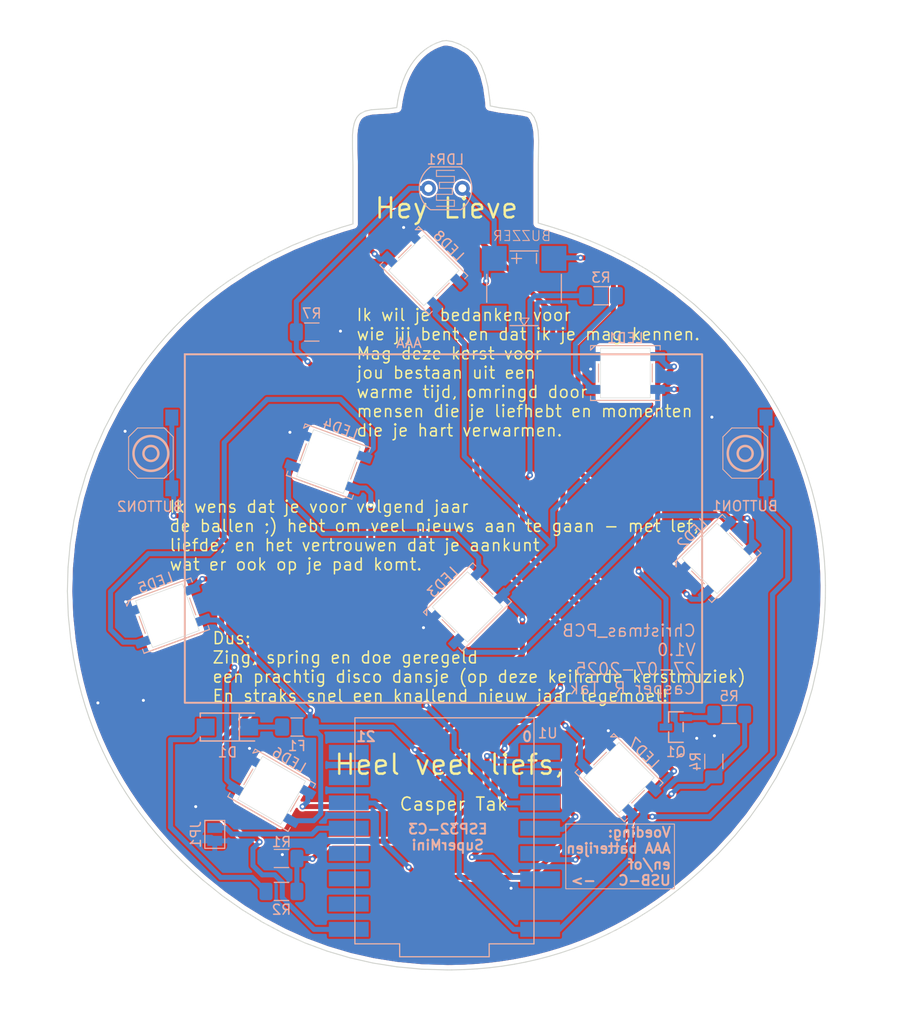
<source format=kicad_pcb>
(kicad_pcb (version 20241229) (generator "pcbnew") (generator_version "9.0")
  (title_block (title "Christmas_PCB") (date "2025-08-09") (rev "V1.1") (comment 1 "Casper R. Tak"))
  (layers (0 "F.Cu" signal) (2 "B.Cu" signal) (13 "F.Paste" user) (15 "B.Paste" user) (5 "F.SilkS" user "F.Silkscreen") (7 "B.SilkS" user "B.Silkscreen") (1 "F.Mask" user) (3 "B.Mask" user) (25 "Edge.Cuts" user))
  (net 0 "")
  (net 1 "GND")
  (net 2 "+3V3")
  (net 3 "Net-(D1-A)")
  (net 4 "BUZZ")
  (net 5 "Net-(D1-C)")
  (net 6 "BATT_V")
  (net 7 "Net-(U1-GPIO2)")
  (net 8 "Net-(Q1-G)")
  (net 10 "RGB")
  (net 13 "+5V")
  (net 14 "Net-(LED6-DOUT)")
  (net 15 "Net-(LED1-DIN)")
  (net 16 "Net-(Q1-D)")
  (net 17 "Net-(LED7-DOUT)")
  (net 18 "Net-(LED1-DOUT)")
  (net 19 "Net-(LED3-DOUT)")
  (net 20 "Net-(LED4-DOUT)")
  (net 21 "Net-(LED5-DOUT)")
  (net 22 "Net-(LED2-DOUT)")
  (net 24 "Net-(JP1-B)")
  (net 28 "Net-(U1-GPIO4)")
  (net 29 "Net-(U1-GPIO5)")
  (footprint "CustomLed:LED_WS2812B_PLCC4_5.0x5.0mm_P3.2mm" (layer "B.Cu") (at 132.145777 98.438771 160)
    (property "Reference" "LED4")
    (property "Value" "WS2812B")
    (fp_poly (pts (xy -2.5 2.5) (xy 2.5 2.5) (xy 2.5 -2.5) (xy -2.5 -2.5)) (stroke (width 0.05)) (fill no) (layer "Edge.Cuts"))
  )
  (footprint "Resistor_SMD:R_1206_3216Metric_Pad1.30x1.75mm_HandSolder" (layer "B.Cu") (at 172.430777 123.838771 180)
    (property "Reference" "R5")
    (property "Value" "100")
  )
  (footprint "Jumper:SolderJumper-2_P1.3mm_Open_Pad1.0x1.5mm" (layer "B.Cu") (at 120.715777 135.888771 90)
    (property "Reference" "JP1")
    (property "Value" "SolderJumper_2_Open")
  )
  (footprint "Resistor_SMD:R_1206_3216Metric_Pad1.30x1.75mm_HandSolder" (layer "B.Cu") (at 170.880777 128.563771 -90)
    (property "Reference" "R4")
    (property "Value" "10k")
  )
  (footprint "easyeda2kicad:KEY-SMD_4P-L6.2-W6.2-P4.50-LS9.0" (layer "B.Cu") (at 114.205777 97.618771 -90)
    (property "Reference" "BUTTON2")
    (property "Value" "DTSM-61R-V-T/R" (hide yes))
  )
  (footprint "easyeda2kicad:SMA_L4.4-W2.6-LS5.0-RD" (layer "B.Cu") (at 121.985777 125.108771 180)
    (property "Reference" "D1")
    (property "Value" "1N5819_C437199")
  )
  (footprint "OptoDevice:R_LDR_5.1x4.3mm_P3.4mm_Vertical" (layer "B.Cu") (at 145.6 71 180)
    (property "Reference" "LDR1")
    (property "Value" "LDR07")
  )
  (footprint "CustomLed:LED_WS2812B_PLCC4_5.0x5.0mm_P3.2mm" (layer "B.Cu") (at 161.355777 130.188771 135)
    (property "Reference" "LED7")
    (property "Value" "WS2812B")
    (fp_poly (pts (xy -2.5 2.5) (xy 2.5 2.5) (xy 2.5 -2.5) (xy -2.5 -2.5)) (stroke (width 0.05)) (fill no) (layer "Edge.Cuts"))
  )
  (footprint "easyeda2kicad:SOT-23-3_L2.9-W1.3-P1.90-LS2.4-BR" (layer "B.Cu") (at 167.070777 125.108771)
    (property "Reference" "Q1")
    (property "Value" "2N7002_C306856")
  )
  (footprint "easyeda2kicad:KEY-SMD_4P-L6.2-W6.2-P4.50-LS9.0" (layer "B.Cu") (at 173.955777 97.668771 -90)
    (property "Reference" "BUTTON1")
    (property "Value" "DTSM-61R-V-T/R")
  )
  (footprint "Resistor_SMD:R_1206_3216Metric_Pad1.30x1.75mm_HandSolder" (layer "B.Cu") (at 127.420777 138.308771 180)
    (property "Reference" "R1")
    (property "Value" "10k")
  )
  (footprint "CustomLed:LED_WS2812B_PLCC4_5.0x5.0mm_P3.2mm" (layer "B.Cu") (at 171.205777 108.168771 -135)
    (property "Reference" "LED2")
    (property "Value" "WS2812B")
    (fp_poly (pts (xy -2.5 2.5) (xy 2.5 2.5) (xy 2.5 -2.5) (xy -2.5 -2.5)) (stroke (width 0.05)) (fill no) (layer "Edge.Cuts"))
  )
  (footprint "CustomLed:LED_WS2812B_PLCC4_5.0x5.0mm_P3.2mm" (layer "B.Cu") (at 141.732 79.248 135)
    (property "Reference" "LED8")
    (property "Value" "WS2812B")
    (fp_poly (pts (xy -2.5 2.5) (xy 2.5 2.5) (xy 2.5 -2.5) (xy -2.5 -2.5)) (stroke (width 0.05)) (fill no) (layer "Edge.Cuts"))
  )
  (footprint "Resistor_SMD:R_1206_3216Metric_Pad1.30x1.75mm_HandSolder" (layer "B.Cu") (at 127.420777 141.618771)
    (property "Reference" "R2")
    (property "Value" "10k")
  )
  (footprint "Resistor_SMD:R_1206_3216Metric_Pad1.30x1.75mm_HandSolder" (layer "B.Cu") (at 159.538 81.788 180)
    (property "Reference" "R3")
    (property "Value" "200")
  )
  (footprint "CustomLed:LED_WS2812B_PLCC4_5.0x5.0mm_P3.2mm" (layer "B.Cu") (at 126.430777 131.458771 150)
    (property "Reference" "LED6")
    (property "Value" "WS2812B")
    (fp_poly (pts (xy -2.5 2.500001) (xy 2.500001 2.5) (xy 2.5 -2.500001) (xy -2.500001 -2.5)) (stroke (width 0.05)) (fill no) (layer "Edge.Cuts"))
  )
  (footprint "CustomPartsCRT:KSSGK4B16-20" (layer "B.Cu") (at 151.555377 81.039771 -90)
    (property "Reference" "LS1" (hide yes))
    (property "Value" "KSSGK4B16-20")
  )
  (footprint "custom:MODULE_ESP32-C3_SUPERMINI" (layer "B.Cu") (at 143.801915 135.531649)
    (property "Reference" "U1")
    (property "Value" "ESP32-C3_SUPERMINI_TH")
  )
  (footprint "Resistor_SMD:R_1206_3216Metric_Pad1.30x1.75mm_HandSolder" (layer "B.Cu") (at 130.469377 85.433971)
    (property "Reference" "R7")
    (property "Value" "5k")
  )
  (footprint "CustomLed:LED_WS2812B_PLCC4_5.0x5.0mm_P3.2mm" (layer "B.Cu") (at 115.955777 113.918771 -160)
    (property "Reference" "LED5")
    (property "Value" "WS2812B")
    (fp_poly (pts (xy -2.5 2.5) (xy 2.5 2.5) (xy 2.5 -2.5) (xy -2.5 -2.5)) (stroke (width 0.05)) (fill no) (layer "Edge.Cuts"))
  )
  (footprint "CustomLed:LED_WS2812B_PLCC4_5.0x5.0mm_P3.2mm" (layer "B.Cu") (at 146.115777 113.043771 -135)
    (property "Reference" "LED3")
    (property "Value" "WS2812B")
    (fp_poly (pts (xy -2.5 2.5) (xy 2.5 2.5) (xy 2.5 -2.5) (xy -2.5 -2.5)) (stroke (width 0.05)) (fill no) (layer "Edge.Cuts"))
  )
  (footprint "Fuse:Fuse_1206_3216Metric_Pad1.42x1.75mm_HandSolder" (layer "B.Cu") (at 128.970777 125.108771 180)
    (property "Reference" "F1")
    (property "Value" "Resetable fuse 0.75A")
  )
  (footprint "CustomLed:LED_WS2812B_PLCC4_5.0x5.0mm_P3.2mm" (layer "B.Cu") (at 161.990777 89.548771 180)
    (property "Reference" "LED1")
    (property "Value" "WS2812B")
    (fp_rect (start -2.5 2.5) (end 2.5 -2.5) (stroke (width 0.05)) (fill no) (layer "Edge.Cuts"))
  )
  (gr_rect (start 156 134.848) (end 166.922 141.352) (stroke (width 0.1)) (fill no) (layer "B.SilkS"))
  (gr_rect (start 117.705777 87.668771) (end 169.705777 122.668771) (stroke (width 0.2)) (fill no) (layer "B.SilkS"))
  (gr_line (start 147.092434 149.394109) (end 145.830426 149.467794) (stroke (width 0.1)) (layer "Edge.Cuts"))
  (gr_line (start 151.705777 63.218771) (end 152.470524 63.398504) (stroke (width 0.1)) (layer "Edge.Cuts"))
  (gr_line (start 165.109784 79.771002) (end 167.071682 81.159322) (stroke (width 0.1)) (layer "Edge.Cuts"))
  (gr_line (start 120.148121 81.751379) (end 121.091412 81.022756) (stroke (width 0.1)) (layer "Edge.Cuts"))
  (gr_line (start 107.772633 99.703481) (end 108.606846 97.437719) (stroke (width 0.1)) (layer "Edge.Cuts"))
  (gr_line (start 175.246327 89.779226) (end 175.989399 90.890692) (stroke (width 0.1)) (layer "Edge.Cuts"))
  (gr_line (start 113.219975 133.795614) (end 112.499875 132.797415) (stroke (width 0.1)) (layer "Edge.Cuts"))
  (gr_line (start 112.499875 132.797415) (end 111.809681 131.770017) (stroke (width 0.1)) (layer "Edge.Cuts"))
  (gr_line (start 141.417653 57.42777) (end 141.78069 57.119833) (stroke (width 0.1)) (layer "Edge.Cuts"))
  (gr_line (start 158.890767 146.514715) (end 157.78011 146.974928) (stroke (width 0.1)) (layer "Edge.Cuts"))
  (gr_line (start 121.474736 142.05113) (end 119.529988 140.490011) (stroke (width 0.1)) (layer "Edge.Cuts"))
  (gr_line (start 144.541668 149.502073) (end 144.088604 149.504537) (stroke (width 0.1)) (layer "Edge.Cuts"))
  (gr_line (start 180.771016 121.292753) (end 180.067479 123.657881) (stroke (width 0.1)) (layer "Edge.Cuts"))
  (gr_line (start 139.440953 60.786947) (end 139.651951 60.165304) (stroke (width 0.1)) (layer "Edge.Cuts"))
  (gr_line (start 177.14954 130.192327) (end 175.903965 132.209219) (stroke (width 0.1)) (layer "Edge.Cuts"))
  (gr_line (start 142.571141 56.609976) (end 142.997456 56.408849) (stroke (width 0.1)) (layer "Edge.Cuts"))
  (gr_line (start 181.037968 102.443533) (end 181.3111 103.626135) (stroke (width 0.1)) (layer "Edge.Cuts"))
  (gr_line (start 129.777768 146.789114) (end 127.620602 145.825559) (stroke (width 0.1)) (layer "Edge.Cuts"))
  (gr_line (start 141.066403 57.78179) (end 141.417653 57.42777) (stroke (width 0.1)) (layer "Edge.Cuts"))
  (gr_line (start 110.731839 93.014227) (end 112.018895 90.86994) (stroke (width 0.1)) (layer "Edge.Cuts"))
  (gr_line (start 134.561894 67.028066) (end 134.560208 65.661184) (stroke (width 0.1)) (layer "Edge.Cuts"))
  (gr_line (start 152.816906 63.853689) (end 153.064129 64.435476) (stroke (width 0.1)) (layer "Edge.Cuts"))
  (gr_line (start 116.560406 137.703031) (end 115.665562 136.752264) (stroke (width 0.1)) (layer "Edge.Cuts"))
  (gr_line (start 146.543927 57.302587) (end 147.050854 57.892721) (stroke (width 0.1)) (layer "Edge.Cuts"))
  (gr_line (start 133.52081 74.890661) (end 134.605984 74.574575) (stroke (width 0.1)) (layer "Edge.Cuts"))
  (gr_line (start 143.580624 56.201879) (end 144.000248 56.15801) (stroke (width 0.1)) (layer "Edge.Cuts"))
  (gr_line (start 179.522099 97.729727) (end 179.959645 98.887838) (stroke (width 0.1)) (layer "Edge.Cuts"))
  (gr_line (start 166.464962 142.085386) (end 165.395916 142.859983) (stroke (width 0.1)) (layer "Edge.Cuts"))
  (gr_line (start 164.34721 143.568853) (end 163.264195 144.250044) (stroke (width 0.1)) (layer "Edge.Cuts"))
  (gr_line (start 146.144337 56.983206) (end 146.543927 57.302587) (stroke (width 0.1)) (layer "Edge.Cuts"))
  (gr_line (start 112.018895 90.86994) (end 113.439312 88.798513) (stroke (width 0.1)) (layer "Edge.Cuts"))
  (gr_line (start 131.993451 147.607954) (end 129.777768 146.789114) (stroke (width 0.1)) (layer "Edge.Cuts"))
  (gr_line (start 142.997456 56.408849) (end 143.580624 56.201879) (stroke (width 0.1)) (layer "Edge.Cuts"))
  (gr_line (start 135.15942 63.665762) (end 135.34821 63.497427) (stroke (width 0.1)) (layer "Edge.Cuts"))
  (gr_line (start 180.363484 100.075048) (end 180.718495 101.246084) (stroke (width 0.1)) (layer "Edge.Cuts"))
  (gr_line (start 135.34821 63.497427) (end 135.367863 63.483251) (stroke (width 0.1)) (layer "Edge.Cuts"))
  (gr_line (start 134.734242 64.470068) (end 134.849675 64.149328) (stroke (width 0.1)) (layer "Edge.Cuts"))
  (gr_line (start 130.937352 75.756246) (end 133.52081 74.890661) (stroke (width 0.1)) (layer "Edge.Cuts"))
  (gr_line (start 179.229374 125.924116) (end 178.2571 128.099691) (stroke (width 0.1)) (layer "Edge.Cuts"))
  (gr_line (start 175.903965 132.209219) (end 174.516026 134.157026) (stroke (width 0.1)) (layer "Edge.Cuts"))
  (gr_line (start 152.470524 63.398504) (end 152.816906 63.853689) (stroke (width 0.1)) (layer "Edge.Cuts"))
  (gr_line (start 115.665562 136.752264) (end 114.799382 135.771085) (stroke (width 0.1)) (layer "Edge.Cuts"))
  (gr_line (start 142.169346 56.844518) (end 142.571141 56.609976) (stroke (width 0.1)) (layer "Edge.Cuts"))
  (gr_line (start 110.558896 129.68775) (end 109.994069 128.62927) (stroke (width 0.1)) (layer "Edge.Cuts"))
  (gr_line (start 135.00169 63.867361) (end 135.15942 63.665762) (stroke (width 0.1)) (layer "Edge.Cuts"))
  (gr_line (start 139.029057 149.193708) (end 136.614842 148.811514) (stroke (width 0.1)) (layer "Edge.Cuts"))
  (gr_line (start 181.547184 104.832891) (end 181.739033 106.02651) (stroke (width 0.1)) (layer "Edge.Cuts"))
  (gr_line (start 161.09731 145.465772) (end 160.009411 146.00588) (stroke (width 0.1)) (layer "Edge.Cuts"))
  (gr_line (start 161.936566 77.898809) (end 163.028157 78.495977) (stroke (width 0.1)) (layer "Edge.Cuts"))
  (gr_line (start 173.922337 87.972326) (end 174.483998 88.713934) (stroke (width 0.1)) (layer "Edge.Cuts"))
  (gr_line (start 154.60085 74.892874) (end 155.93298 75.327093) (stroke (width 0.1)) (layer "Edge.Cuts"))
  (gr_line (start 134.27113 148.282339) (end 131.993451 147.607954) (stroke (width 0.1)) (layer "Edge.Cuts"))
  (gr_line (start 150.792447 148.936628) (end 149.571827 149.128668) (stroke (width 0.1)) (layer "Edge.Cuts"))
  (gr_line (start 179.032994 96.554662) (end 179.522099 97.729727) (stroke (width 0.1)) (layer "Edge.Cuts"))
  (gr_line (start 181.739033 106.02651) (end 181.892506 107.242384) (stroke (width 0.1)) (layer "Edge.Cuts"))
  (gr_line (start 145.830426 149.467794) (end 144.541668 149.502073) (stroke (width 0.1)) (layer "Edge.Cuts"))
  (gr_line (start 134.616826 65.034216) (end 134.734242 64.470068) (stroke (width 0.1)) (layer "Edge.Cuts"))
  (gr_line (start 135.830555 63.247671) (end 136.435811 63.108907) (stroke (width 0.1)) (layer "Edge.Cuts"))
  (gr_line (start 182.003422 108.447103) (end 182.074772 109.672445) (stroke (width 0.1)) (layer "Edge.Cuts"))
  (gr_line (start 144.000248 56.15801) (end 144.592526 56.255193) (stroke (width 0.1)) (layer "Edge.Cuts"))
  (gr_line (start 127.620602 145.825559) (end 125.51904 144.716116) (stroke (width 0.1)) (layer "Edge.Cuts"))
  (gr_line (start 168.924855 82.665869) (end 170.678975 84.29743) (stroke (width 0.1)) (layer "Edge.Cuts"))
  (gr_line (start 177.937581 94.252203) (end 178.512471 95.411901) (stroke (width 0.1)) (layer "Edge.Cuts"))
  (gr_line (start 119.228093 82.512884) (end 120.148121 81.751379) (stroke (width 0.1)) (layer "Edge.Cuts"))
  (gr_line (start 108.606846 97.437719) (end 109.593602 95.206167) (stroke (width 0.1)) (layer "Edge.Cuts"))
  (gr_line (start 139.651951 60.165304) (end 139.884793 59.605627) (stroke (width 0.1)) (layer "Edge.Cuts"))
  (gr_line (start 109.460476 127.542074) (end 108.968945 126.44837) (stroke (width 0.1)) (layer "Edge.Cuts"))
  (gr_line (start 117.525883 138.666433) (end 116.560406 137.703031) (stroke (width 0.1)) (layer "Edge.Cuts"))
  (gr_line (start 172.342411 86.062689) (end 173.922337 87.972326) (stroke (width 0.1)) (layer "Edge.Cuts"))
  (gr_line (start 134.605984 74.574575) (end 134.605984 71.847555) (stroke (width 0.1)) (layer "Edge.Cuts"))
  (gr_line (start 126.234494 77.81719) (end 128.51331 76.731878) (stroke (width 0.1)) (layer "Edge.Cuts"))
  (gr_line (start 177.334248 93.128622) (end 177.937581 94.252203) (stroke (width 0.1)) (layer "Edge.Cuts"))
  (gr_line (start 113.99503 134.7982) (end 113.219975 133.795614) (stroke (width 0.1)) (layer "Edge.Cuts"))
  (gr_line (start 178.2571 128.099691) (end 177.14954 130.192327) (stroke (width 0.1)) (layer "Edge.Cuts"))
  (gr_line (start 107.702641 123.031988) (end 107.35384 121.856771) (stroke (width 0.1)) (layer "Edge.Cuts"))
  (gr_line (start 144.088604 149.504537) (end 141.518605 149.426031) (stroke (width 0.1)) (layer "Edge.Cuts"))
  (gr_line (start 140.149937 59.077001) (end 140.431408 58.606588) (stroke (width 0.1)) (layer "Edge.Cuts"))
  (gr_line (start 108.089596 124.193403) (end 107.702641 123.031988) (stroke (width 0.1)) (layer "Edge.Cuts"))
  (gr_line (start 169.573353 139.513761) (end 168.555348 140.410566) (stroke (width 0.1)) (layer "Edge.Cuts"))
  (gr_line (start 156.63995 147.402441) (end 155.504254 147.784628) (stroke (width 0.1)) (layer "Edge.Cuts"))
  (gr_line (start 105.966107 109.062956) (end 106.187527 106.679884) (stroke (width 0.1)) (layer "Edge.Cuts"))
  (gr_line (start 137.333348 63.044683) (end 138.153775 63.004522) (stroke (width 0.1)) (layer "Edge.Cuts"))
  (gr_line (start 106.242512 116.399923) (end 105.99104 113.921072) (stroke (width 0.1)) (layer "Edge.Cuts"))
  (gr_line (start 154.340008 148.13278) (end 153.1768 148.438032) (stroke (width 0.1)) (layer "Edge.Cuts"))
  (gr_line (start 162.196911 144.872732) (end 161.09731 145.465772) (stroke (width 0.1)) (layer "Edge.Cuts"))
  (gr_line (start 123.470898 143.45883) (end 121.474736 142.05113) (stroke (width 0.1)) (layer "Edge.Cuts"))
  (gr_line (start 114.199749 87.79154) (end 114.986912 86.816427) (stroke (width 0.1)) (layer "Edge.Cuts"))
  (gr_line (start 158.454487 76.274694) (end 159.650517 76.787939) (stroke (width 0.1)) (layer "Edge.Cuts"))
  (gr_line (start 107.038899 120.65238) (end 106.761273 119.430471) (stroke (width 0.1)) (layer "Edge.Cuts"))
  (gr_line (start 180.718495 101.246084) (end 181.037968 102.443533) (stroke (width 0.1)) (layer "Edge.Cuts"))
  (gr_line (start 134.605984 71.847555) (end 134.605984 68.64797) (stroke (width 0.1)) (layer "Edge.Cuts"))
  (gr_line (start 176.674077 91.989309) (end 177.334248 93.128622) (stroke (width 0.1)) (layer "Edge.Cuts"))
  (gr_line (start 179.959645 98.887838) (end 180.363484 100.075048) (stroke (width 0.1)) (layer "Edge.Cuts"))
  (gr_line (start 147.879147 59.615164) (end 148.175923 60.786566) (stroke (width 0.1)) (layer "Edge.Cuts"))
  (gr_line (start 174.483998 88.713934) (end 175.246327 89.779226) (stroke (width 0.1)) (layer "Edge.Cuts"))
  (gr_line (start 121.091412 81.022756) (end 122.062703 80.323278) (stroke (width 0.1)) (layer "Edge.Cuts"))
  (gr_line (start 147.498822 58.656286) (end 147.879147 59.615164) (stroke (width 0.1)) (layer "Edge.Cuts"))
  (gr_line (start 138.153775 63.004522) (end 139.008641 62.890524) (stroke (width 0.1)) (layer "Edge.Cuts"))
  (gr_line (start 108.509411 125.325948) (end 108.089596 124.193403) (stroke (width 0.1)) (layer "Edge.Cuts"))
  (gr_line (start 181.765202 116.230428) (end 181.338032 118.819998) (stroke (width 0.1)) (layer "Edge.Cuts"))
  (gr_line (start 106.187527 106.679884) (end 106.562817 104.325735) (stroke (width 0.1)) (layer "Edge.Cuts"))
  (gr_line (start 106.51862 118.178953) (end 106.242512 116.399923) (stroke (width 0.1)) (layer "Edge.Cuts"))
  (gr_line (start 145.351109 56.534246) (end 146.144337 56.983206) (stroke (width 0.1)) (layer "Edge.Cuts"))
  (gr_line (start 149.571827 149.128668) (end 148.345601 149.28037) (stroke (width 0.1)) (layer "Edge.Cuts"))
  (gr_line (start 139.265141 61.438055) (end 139.440953 60.786947) (stroke (width 0.1)) (layer "Edge.Cuts"))
  (gr_line (start 163.028157 78.495977) (end 164.083607 79.118917) (stroke (width 0.1)) (layer "Edge.Cuts"))
  (gr_line (start 181.892506 107.242384) (end 182.003422 108.447103) (stroke (width 0.1)) (layer "Edge.Cuts"))
  (gr_line (start 141.518605 149.426031) (end 139.029057 149.193708) (stroke (width 0.1)) (layer "Edge.Cuts"))
  (gr_line (start 135.367863 63.483251) (end 135.830555 63.247671) (stroke (width 0.1)) (layer "Edge.Cuts"))
  (gr_line (start 155.504254 147.784628) (end 154.340008 148.13278) (stroke (width 0.1)) (layer "Edge.Cuts"))
  (gr_line (start 167.497143 141.285642) (end 166.464962 142.085386) (stroke (width 0.1)) (layer "Edge.Cuts"))
  (gr_line (start 149.365399 62.913183) (end 150.88181 63.098196) (stroke (width 0.1)) (layer "Edge.Cuts"))
  (gr_line (start 147.050854 57.892721) (end 147.498822 58.656286) (stroke (width 0.1)) (layer "Edge.Cuts"))
  (gr_line (start 107.091267 102.000082) (end 107.772633 99.703481) (stroke (width 0.1)) (layer "Edge.Cuts"))
  (gr_line (start 144.592526 56.255193) (end 145.351109 56.534246) (stroke (width 0.1)) (layer "Edge.Cuts"))
  (gr_line (start 157.210743 75.78565) (end 158.454487 76.274694) (stroke (width 0.1)) (layer "Edge.Cuts"))
  (gr_line (start 134.560208 65.661184) (end 134.616826 65.034216) (stroke (width 0.1)) (layer "Edge.Cuts"))
  (gr_line (start 182.0425 113.353124) (end 181.949147 114.599996) (stroke (width 0.1)) (layer "Edge.Cuts"))
  (gr_line (start 171.286625 137.869772) (end 169.573353 139.513761) (stroke (width 0.1)) (layer "Edge.Cuts"))
  (gr_line (start 181.338032 118.819998) (end 180.771016 121.292753) (stroke (width 0.1)) (layer "Edge.Cuts"))
  (gr_line (start 128.51331 76.731878) (end 130.937352 75.756246) (stroke (width 0.1)) (layer "Edge.Cuts"))
  (gr_line (start 174.516026 134.157026) (end 172.979573 136.041952) (stroke (width 0.1)) (layer "Edge.Cuts"))
  (gr_line (start 111.809681 131.770017) (end 111.169018 130.743322) (stroke (width 0.1)) (layer "Edge.Cuts"))
  (gr_line (start 153.064129 64.435476) (end 153.218586 65.193426) (stroke (width 0.1)) (layer "Edge.Cuts"))
  (gr_line (start 114.799382 135.771085) (end 113.99503 134.7982) (stroke (width 0.1)) (layer "Edge.Cuts"))
  (gr_line (start 105.99104 113.921072) (end 105.899907 111.476118) (stroke (width 0.1)) (layer "Edge.Cuts"))
  (gr_line (start 113.439312 88.798513) (end 114.199749 87.79154) (stroke (width 0.1)) (layer "Edge.Cuts"))
  (gr_line (start 182.104725 110.888769) (end 182.093968 112.124349) (stroke (width 0.1)) (layer "Edge.Cuts"))
  (gr_line (start 107.35384 121.856771) (end 107.038899 120.65238) (stroke (width 0.1)) (layer "Edge.Cuts"))
  (gr_line (start 118.519276 139.598509) (end 117.525883 138.666433) (stroke (width 0.1)) (layer "Edge.Cuts"))
  (gr_line (start 153.218586 65.193426) (end 153.277226 66.223486) (stroke (width 0.1)) (layer "Edge.Cuts"))
  (gr_line (start 136.614842 148.811514) (end 134.27113 148.282339) (stroke (width 0.1)) (layer "Edge.Cuts"))
  (gr_line (start 148.406689 62.721197) (end 149.365399 62.913183) (stroke (width 0.1)) (layer "Edge.Cuts"))
  (gr_line (start 139.008641 62.890524) (end 139.117909 62.151006) (stroke (width 0.1)) (layer "Edge.Cuts"))
  (gr_line (start 116.617238 84.988912) (end 117.462849 84.131384) (stroke (width 0.1)) (layer "Edge.Cuts"))
  (gr_line (start 148.345601 149.28037) (end 147.092434 149.394109) (stroke (width 0.1)) (layer "Edge.Cuts"))
  (gr_line (start 122.062703 80.323278) (end 124.088109 79.013387) (stroke (width 0.1)) (layer "Edge.Cuts"))
  (gr_line (start 180.067479 123.657881) (end 179.229374 125.924116) (stroke (width 0.1)) (layer "Edge.Cuts"))
  (gr_line (start 151.985783 148.707968) (end 150.792447 148.936628) (stroke (width 0.1)) (layer "Edge.Cuts"))
  (gr_line (start 160.009411 146.00588) (end 158.890767 146.514715) (stroke (width 0.1)) (layer "Edge.Cuts"))
  (gr_line (start 148.367764 62.172109) (end 148.406689 62.721197) (stroke (width 0.1)) (layer "Edge.Cuts"))
  (gr_line (start 119.529988 140.490011) (end 118.519276 139.598509) (stroke (width 0.1)) (layer "Edge.Cuts"))
  (gr_line (start 114.986912 86.816427) (end 115.788662 85.887258) (stroke (width 0.1)) (layer "Edge.Cuts"))
  (gr_line (start 134.849675 64.149328) (end 135.00169 63.867361) (stroke (width 0.1)) (layer "Edge.Cuts"))
  (gr_line (start 182.074772 109.672445) (end 182.104725 110.888769) (stroke (width 0.1)) (layer "Edge.Cuts"))
  (gr_line (start 182.093968 112.124349) (end 182.0425 113.353124) (stroke (width 0.1)) (layer "Edge.Cuts"))
  (gr_line (start 157.78011 146.974928) (end 156.63995 147.402441) (stroke (width 0.1)) (layer "Edge.Cuts"))
  (gr_line (start 117.462849 84.131384) (end 118.335507 83.3039) (stroke (width 0.1)) (layer "Edge.Cuts"))
  (gr_line (start 118.335507 83.3039) (end 119.228093 82.512884) (stroke (width 0.1)) (layer "Edge.Cuts"))
  (gr_line (start 172.979573 136.041952) (end 171.286625 137.869772) (stroke (width 0.1)) (layer "Edge.Cuts"))
  (gr_line (start 153.277226 66.223486) (end 153.244175 67.818701) (stroke (width 0.1)) (layer "Edge.Cuts"))
  (gr_line (start 108.968945 126.44837) (end 108.509411 125.325948) (stroke (width 0.1)) (layer "Edge.Cuts"))
  (gr_line (start 160.814366 77.331045) (end 161.936566 77.898809) (stroke (width 0.1)) (layer "Edge.Cuts"))
  (gr_line (start 175.989399 90.890692) (end 176.674077 91.989309) (stroke (width 0.1)) (layer "Edge.Cuts"))
  (gr_line (start 170.678975 84.29743) (end 172.342411 86.062689) (stroke (width 0.1)) (layer "Edge.Cuts"))
  (gr_line (start 109.994069 128.62927) (end 109.460476 127.542074) (stroke (width 0.1)) (layer "Edge.Cuts"))
  (gr_line (start 164.083607 79.118917) (end 165.109784 79.771002) (stroke (width 0.1)) (layer "Edge.Cuts"))
  (gr_line (start 153.244175 67.818701) (end 153.232579 68.562643) (stroke (width 0.1)) (layer "Edge.Cuts"))
  (gr_line (start 106.562817 104.325735) (end 107.091267 102.000082) (stroke (width 0.1)) (layer "Edge.Cuts"))
  (gr_line (start 140.742489 58.168005) (end 141.066403 57.78179) (stroke (width 0.1)) (layer "Edge.Cuts"))
  (gr_line (start 136.435811 63.108907) (end 137.333348 63.044683) (stroke (width 0.1)) (layer "Edge.Cuts"))
  (gr_line (start 139.117909 62.151006) (end 139.265141 61.438055) (stroke (width 0.1)) (layer "Edge.Cuts"))
  (gr_line (start 155.93298 75.327093) (end 157.210743 75.78565) (stroke (width 0.1)) (layer "Edge.Cuts"))
  (gr_line (start 181.949147 114.599996) (end 181.765202 116.230428) (stroke (width 0.1)) (layer "Edge.Cuts"))
  (gr_line (start 181.3111 103.626135) (end 181.547184 104.832891) (stroke (width 0.1)) (layer "Edge.Cuts"))
  (gr_line (start 153.232579 68.562643) (end 153.232579 71.606329) (stroke (width 0.1)) (layer "Edge.Cuts"))
  (gr_line (start 153.232579 74.489996) (end 154.60085 74.892874) (stroke (width 0.1)) (layer "Edge.Cuts"))
  (gr_line (start 153.1768 148.438032) (end 151.985783 148.707968) (stroke (width 0.1)) (layer "Edge.Cuts"))
  (gr_line (start 124.088109 79.013387) (end 126.234494 77.81719) (stroke (width 0.1)) (layer "Edge.Cuts"))
  (gr_line (start 125.51904 144.716116) (end 123.470898 143.45883) (stroke (width 0.1)) (layer "Edge.Cuts"))
  (gr_line (start 165.395916 142.859983) (end 164.34721 143.568853) (stroke (width 0.1)) (layer "Edge.Cuts"))
  (gr_line (start 106.761273 119.430471) (end 106.51862 118.178953) (stroke (width 0.1)) (layer "Edge.Cuts"))
  (gr_line (start 141.78069 57.119833) (end 142.169346 56.844518) (stroke (width 0.1)) (layer "Edge.Cuts"))
  (gr_line (start 140.431408 58.606588) (end 140.742489 58.168005) (stroke (width 0.1)) (layer "Edge.Cuts"))
  (gr_line (start 178.512471 95.411901) (end 179.032994 96.554662) (stroke (width 0.1)) (layer "Edge.Cuts"))
  (gr_line (start 115.788662 85.887258) (end 116.617238 84.988912) (stroke (width 0.1)) (layer "Edge.Cuts"))
  (gr_line (start 139.884793 59.605627) (end 140.149937 59.077001) (stroke (width 0.1)) (layer "Edge.Cuts"))
  (gr_line (start 153.232579 71.606329) (end 153.232579 74.489996) (stroke (width 0.1)) (layer "Edge.Cuts"))
  (gr_line (start 109.593602 95.206167) (end 110.731839 93.014227) (stroke (width 0.1)) (layer "Edge.Cuts"))
  (gr_line (start 163.264195 144.250044) (end 162.196911 144.872732) (stroke (width 0.1)) (layer "Edge.Cuts"))
  (gr_line (start 148.175923 60.786566) (end 148.367764 62.172109) (stroke (width 0.1)) (layer "Edge.Cuts"))
  (gr_line (start 150.88181 63.098196) (end 151.705777 63.218771) (stroke (width 0.1)) (layer "Edge.Cuts"))
  (gr_line (start 168.555348 140.410566) (end 167.497143 141.285642) (stroke (width 0.1)) (layer "Edge.Cuts"))
  (gr_line (start 159.650517 76.787939) (end 160.814366 77.331045) (stroke (width 0.1)) (layer "Edge.Cuts"))
  (gr_line (start 167.071682 81.159322) (end 168.924855 82.665869) (stroke (width 0.1)) (layer "Edge.Cuts"))
  (gr_line (start 134.605984 68.64797) (end 134.561894 67.028066) (stroke (width 0.1)) (layer "Edge.Cuts"))
  (gr_line (start 111.169018 130.743322) (end 110.558896 129.68775) (stroke (width 0.1)) (layer "Edge.Cuts"))
  (gr_line (start 105.899907 111.476118) (end 105.966107 109.062956) (stroke (width 0.1)) (layer "Edge.Cuts"))
  (gr_text "Dus:\nZing, spring en doe geregeld \neen prachtig disco dansje (op deze keiharde kerstmuziek) \nEn straks snel een knallend nieuw jaar tegemoet!" (at 120.396 122.682 0) (layer "F.SilkS") (effects (font (size 1.2 1.2)) (justify left bottom)))
  (gr_text "\n\nIk wil je bedanken voor \nwie jij bent en dat ik je mag kennen.\nMag deze kerst voor \njou bestaan uit een \nwarme tijd, omringd door \nmensen die je liefhebt en momenten \ndie je hart verwarmen.\n" (at 134.874 96.012 0) (layer "F.SilkS") (effects (font (size 1.2 1.2)) (justify left bottom)))
  (gr_text "Casper Tak" (at 139.192 133.604 0) (layer "F.SilkS") (effects (font (size 1.3 1.3) (thickness 0.1625)) (justify left bottom)))
  (gr_text "Heel veel liefs," (at 132.588 130.048 0) (layer "F.SilkS") (effects (font (size 2 2) (thickness 0.25)) (justify left bottom)))
  (gr_text "Hey Lieve " (at 136.652 74.168 0) (layer "F.SilkS") (effects (font (size 2 2) (thickness 0.25)) (justify left bottom)))
  (gr_text "\nIk wens dat je voor volgend jaar \nde ballen ;) hebt om veel nieuws aan te gaan - met lef, \nliefde, en het vertrouwen dat je aankunt \nwat er ook op je pad komt." (at 116.078 109.474 0) (layer "F.SilkS") (effects (font (size 1.2 1.2)) (justify left bottom)))
  (gr_text "21" (at 135.904977 126.658171 0) (layer "B.SilkS") (effects (font (size 1 1) (thickness 0.2) (bold yes)) (justify bottom mirror)))
  (gr_text "Christmas_PCB\nV1.0\n27-07-2025\nCasper R. Tak" (at 169.164 121.92 -0) (layer "B.SilkS") (effects (font (size 1.2 1.2)) (justify left bottom mirror)))
  (gr_text "Voeding:\nAAA batterijen\nen/of \nUSB-C   ->\n" (at 166.668 141.098 0) (layer "B.SilkS") (effects (font (size 1 1) (thickness 0.2) (bold yes)) (justify left bottom mirror)))
  (gr_text "AAA" (at 141.619977 87.110371 0) (layer "B.SilkS") (effects (font (size 1 1)) (justify left bottom mirror)))
  (gr_text "0" (at 152.110177 126.658171 0) (layer "B.SilkS") (effects (font (size 1 1) (thickness 0.2) (bold yes)) (justify bottom mirror)))
  (gr_text "ESP32-C3\nSuperMini" (at 144.134577 137.554771 0) (layer "B.SilkS") (effects (font (size 1 1) (thickness 0.2) (bold yes)) (justify bottom mirror)))
  (via (at 139.7 74.93) (size 0.6) (drill 0.3) (layers "F.Cu" "B.Cu") (net 1))
  (via (at 170.688 93.98) (size 0.6) (drill 0.3) (layers "F.Cu" "B.Cu") (net 1))
  (via (at 128.27 95.504) (size 0.6) (drill 0.3) (layers "F.Cu" "B.Cu") (net 1))
  (via (at 169.164 126.238) (size 0.6) (drill 0.3) (layers "F.Cu" "B.Cu") (net 1))
  (via (at 111.76 112.522) (size 0.6) (drill 0.3) (layers "F.Cu" "B.Cu") (net 1))
  (via (at 124.206 127.254) (size 0.6) (drill 0.3) (layers "F.Cu" "B.Cu") (net 1))
  (via (at 166.878 108.712) (size 0.6) (drill 0.3) (layers "F.Cu" "B.Cu") (net 1))
  (via (at 118.8 133.1) (size 0.6) (drill 0.3) (layers "F.Cu" "B.Cu") (net 1))
  (via (at 127.508 137.922) (size 0.6) (drill 0.3) (layers "F.Cu" "B.Cu") (net 1))
  (via (at 160.274 125.476) (size 0.6) (drill 0.3) (layers "F.Cu" "B.Cu") (net 1))
  (via (at 108.966 122.682) (size 0.6) (drill 0.3) (layers "F.Cu" "B.Cu") (net 1))
  (via (at 133.35 85.344) (size 0.6) (drill 0.3) (layers "F.Cu" "B.Cu") (net 1))
  (via (at 170.942 125.984) (size 0.6) (drill 0.3) (layers "F.Cu" "B.Cu") (net 1))
  (via (at 113.538 122.428) (size 0.6) (drill 0.3) (layers "F.Cu" "B.Cu") (net 1))
  (via (at 158.496 89.154) (size 0.6) (drill 0.3) (layers "F.Cu" "B.Cu") (net 1))
  (via (at 141.696177 115.126571) (size 0.6) (drill 0.3) (layers "F.Cu" "B.Cu") (net 1))
  (via (at 111.7 95.4) (size 0.6) (drill 0.3) (layers "F.Cu" "B.Cu") (net 1))
  (via (at 150.5 141.3) (size 0.6) (drill 0.3) (layers "F.Cu" "B.Cu") (net 1))
  (segment (start 133.260029 85.433971) (end 133.35 85.344) (width 0.5) (layer "B.Cu") (net 1))
  (segment (start 132.019377 85.433971) (end 133.260029 85.433971) (width 0.5) (layer "B.Cu") (net 1))
  (segment (start 158.740777 87.898771) (end 158.740777 88.909223) (width 0.5) (layer "B.Cu") (net 1))
  (segment (start 171.933277 101.128771) (end 171.933277 94.028771) (width 0.5) (layer "B.Cu") (net 1))
  (segment (start 152.091649 142.891649) (end 153.421915 142.891649) (width 0.5) (layer "B.Cu") (net 1))
  (segment (start 112.195777 101.128771) (end 112.195777 94.028771) (width 0.5) (layer "B.Cu") (net 1))
  (segment (start 111.7 95.4) (end 111.7 94.524548) (width 0.5) (layer "B.Cu") (net 1))
  (segment (start 129.656109 95.776713) (end 128.542713 95.776713) (width 0.5) (layer "B.Cu") (net 1))
  (segment (start 167.740954 109.300142) (end 167.466142 109.300142) (width 0.5) (layer "B.Cu") (net 1))
  (segment (start 124.441194 127.489194) (end 124.206 127.254) (width 0.5) (layer "B.Cu") (net 1))
  (segment (start 171.933277 94.028771) (end 170.736771 94.028771) (width 0.5) (layer "B.Cu") (net 1))
  (segment (start 111.76 112.902401) (end 111.76 112.522) (width 0.5) (layer "B.Cu") (net 1))
  (segment (start 111.7 94.524548) (end 112.195777 94.028771) (width 0.5) (layer "B.Cu") (net 1))
  (segment (start 111.190777 122.568771) (end 109.079229 122.568771) (width 0.5) (layer "B.Cu") (net 1))
  (segment (start 124.441194 128.404829) (end 124.441194 127.489194) (width 0.5) (layer "B.Cu") (net 1))
  (segment (start 128.542713 95.776713) (end 128.27 95.504) (width 0.5) (layer "B.Cu") (net 1))
  (segment (start 158.740777 88.909223) (end 158.496 89.154) (width 0.5) (layer "B.Cu") (net 1))
  (segment (start 168.581229 126.058771) (end 168.070777 126.058771) (width 0.5) (layer "B.Cu") (net 1))
  (segment (start 170.736771 94.028771) (end 170.688 93.98) (width 0.5) (layer "B.Cu") (net 1))
  (segment (start 120.366777 136.189771) (end 120.715777 136.538771) (width 0.5) (layer "B.Cu") (net 1))
  (segment (start 111.190777 122.568771) (end 113.397229 122.568771) (width 0.5) (layer "B.Cu") (net 1))
  (segment (start 142.647606 114.175142) (end 141.696177 115.126571) (width 0.5) (layer "B.Cu") (net 1))
  (segment (start 142.650954 114.175142) (end 142.647606 114.175142) (width 0.5) (layer "B.Cu") (net 1))
  (segment (start 140.600629 75.783177) (end 140.553177 75.783177) (width 0.5) (layer "B.Cu") (net 1))
  (segment (start 150.5 141.3) (end 152.091649 142.891649) (width 0.5) (layer "B.Cu") (net 1))
  (segment (start 170.880777 126.045223) (end 170.942 125.984) (width 0.5) (layer "B.Cu") (net 1))
  (segment (start 118.8 135.7) (end 119.289771 136.189771) (width 0.5) (layer "B.Cu") (net 1))
  (segment (start 119.289771 136.189771) (end 120.366777 136.189771) (width 0.5) (layer "B.Cu") (net 1))
  (segment (start 160.224406 125.525594) (end 160.274 125.476) (width 0.5) (layer "B.Cu") (net 1))
  (segment (start 112.337443 113.479844) (end 111.76 112.902401) (width 0.5) (layer "B.Cu") (net 1))
  (segment (start 109.079229 122.568771) (end 108.966 122.682) (width 0.5) (layer "B.Cu") (net 1))
  (segment (start 125.870777 138.308771) (end 127.121229 138.308771) (width 0.5) (layer "B.Cu") (net 1))
  (segment (start 167.466142 109.300142) (end 166.878 108.712) (width 0.5) (layer "B.Cu") (net 1))
  (segment (start 168.760458 126.238) (end 168.581229 126.058771) (width 0.5) (layer "B.Cu") (net 1))
  (segment (start 113.397229 122.568771) (end 113.538 122.428) (width 0.5) (layer "B.Cu") (net 1))
  (segment (start 127.121229 138.308771) (end 127.508 137.922) (width 0.5) (layer "B.Cu") (net 1))
  (segment (start 169.164 126.238) (end 168.760458 126.238) (width 0.5) (layer "B.Cu") (net 1))
  (segment (start 170.880777 127.013771) (end 170.880777 126.045223) (width 0.5) (layer "B.Cu") (net 1))
  (segment (start 118.8 133.1) (end 118.8 135.7) (width 0.5) (layer "B.Cu") (net 1))
  (segment (start 140.553177 75.783177) (end 139.7 74.93) (width 0.5) (layer "B.Cu") (net 1))
  (segment (start 160.224406 126.723948) (end 160.224406 125.525594) (width 0.5) (layer "B.Cu") (net 1))
  (segment (start 145.5 86.2) (end 145.5 83) (width 0.5) (layer "F.Cu") (net 2))
  (segment (start 147.066 87.766) (end 145.5 86.2) (width 0.5) (layer "F.Cu") (net 2))
  (segment (start 146.558 138.176) (end 149.617 135.117) (width 0.5) (layer "F.Cu") (net 2))
  (segment (start 147.066 106.426) (end 147.066 87.766) (width 0.5) (layer "F.Cu") (net 2))
  (segment (start 155.448 114.808) (end 147.066 106.426) (width 0.5) (layer "F.Cu") (net 2))
  (segment (start 145.5 83) (end 148 80.5) (width 0.5) (layer "F.Cu") (net 2))
  (segment (start 155.448 121.2) (end 155.448 114.808) (width 0.5) (layer "F.Cu") (net 2))
  (segment (start 149.617 127.497) (end 149.86 127.254) (width 0.5) (layer "F.Cu") (net 2))
  (segment (start 148 80.5) (end 148 80.3) (width 0.5) (layer "F.Cu") (net 2))
  (segment (start 149.617 135.117) (end 149.617 127.497) (width 0.5) (layer "F.Cu") (net 2))
  (via (at 155.448 121.2) (size 0.6) (drill 0.3) (layers "F.Cu" "B.Cu") (net 2))
  (via (at 149.86 127.254) (size 0.6) (drill 0.3) (layers "F.Cu" "B.Cu") (net 2))
  (via (at 148 80.3) (size 0.6) (drill 0.3) (layers "F.Cu" "B.Cu") (net 2))
  (via (at 146.558 138.176) (size 0.6) (drill 0.3) (layers "F.Cu" "B.Cu") (net 2))
  (segment (start 146.558 138.176) (end 148.59 138.176) (width 0.5) (layer "B.Cu") (net 2))
  (segment (start 149.86 126.788) (end 149.86 127.254) (width 0.5) (layer "B.Cu") (net 2))
  (segment (start 148 80.3) (end 148 78.845148) (width 0.5) (layer "B.Cu") (net 2))
  (segment (start 153.278266 140.208) (end 153.421915 140.351649) (width 0.5) (layer "B.Cu") (net 2))
  (segment (start 148 78.845148) (end 148.805377 78.039771) (width 0.5) (layer "B.Cu") (net 2))
  (segment (start 148.59 138.176) (end 150.622 140.208) (width 0.5) (layer "B.Cu") (net 2))
  (segment (start 145.6 71) (end 148.805377 74.205377) (width 0.5) (layer "B.Cu") (net 2))
  (segment (start 150.622 140.208) (end 153.278266 140.208) (width 0.5) (layer "B.Cu") (net 2))
  (segment (start 155.448 121.2) (end 149.86 126.788) (width 0.5) (layer "B.Cu") (net 2))
  (segment (start 148.805377 74.205377) (end 148.805377 78.039771) (width 0.5) (layer "B.Cu") (net 2))
  (segment (start 116.270777 126.378771) (end 116.270777 135.168377) (width 0.5) (layer "B.Cu") (net 3))
  (segment (start 118.525777 126.378771) (end 119.795777 125.108771) (width 0.5) (layer "B.Cu") (net 3))
  (segment (start 116.270777 126.378771) (end 118.525777 126.378771) (width 0.5) (layer "B.Cu") (net 3))
  (segment (start 124.460006 140.208) (end 125.870777 141.618771) (width 0.5) (layer "B.Cu") (net 3))
  (segment (start 121.3104 140.208) (end 124.460006 140.208) (width 0.5) (layer "B.Cu") (net 3))
  (segment (start 116.270777 135.168377) (end 121.3104 140.208) (width 0.5) (layer "B.Cu") (net 3))
  (segment (start 156.718 135.89) (end 152.4 140.208) (width 0.5) (layer "F.Cu") (net 4))
  (segment (start 166.624 131.826) (end 165.354 133.096) (width 0.5) (layer "F.Cu") (net 4))
  (segment (start 163.322 133.096) (end 160.528 135.89) (width 0.5) (layer "F.Cu") (net 4))
  (segment (start 165.354 133.096) (end 163.322 133.096) (width 0.5) (layer "F.Cu") (net 4))
  (segment (start 152.4 140.208) (end 141.224 140.208) (width 0.5) (layer "F.Cu") (net 4))
  (segment (start 160.528 135.89) (end 156.718 135.89) (width 0.5) (layer "F.Cu") (net 4))
  (segment (start 141.224 140.208) (end 140.208 139.192) (width 0.5) (layer "F.Cu") (net 4))
  (via (at 166.624 131.826) (size 0.6) (drill 0.3) (layers "F.Cu" "B.Cu") (net 4))
  (via (at 140.208 139.192) (size 0.6) (drill 0.3) (layers "F.Cu" "B.Cu") (net 4))
  (segment (start 170.876229 130.113771) (end 170.880777 130.113771) (width 0.5) (layer "B.Cu") (net 4))
  (segment (start 173.980777 123.838771) (end 173.980777 127.013771) (width 0.5) (layer "B.Cu") (net 4))
  (segment (start 137.668 136.652) (end 137.668 133.604) (width 0.5) (layer "B.Cu") (net 4))
  (segment (start 167.386 131.064) (end 169.926 131.064) (width 0.5) (layer "B.Cu") (net 4))
  (segment (start 166.624 131.826) (end 167.386 131.064) (width 0.5) (layer "B.Cu") (net 4))
  (segment (start 169.926 131.064) (end 170.876229 130.113771) (width 0.5) (layer "B.Cu") (net 4))
  (segment (start 173.980777 127.013771) (end 170.880777 130.113771) (width 0.5) (layer "B.Cu") (net 4))
  (segment (start 136.795649 132.731649) (end 134.181915 132.731649) (width 0.5) (layer "B.Cu") (net 4))
  (segment (start 137.668 133.604) (end 136.795649 132.731649) (width 0.5) (layer "B.Cu") (net 4))
  (segment (start 140.208 139.192) (end 137.668 136.652) (width 0.5) (layer "B.Cu") (net 4))
  (segment (start 124.175777 125.108771) (end 127.483277 125.108771) (width 0.5) (layer "B.Cu") (net 5))
  (segment (start 148.082 128.016) (end 148.082 131.191) (width 0.5) (layer "F.Cu") (net 6))
  (segment (start 132.3086 136.5758) (end 130.5306 138.3538) (width 0.5) (layer "F.Cu") (net 6))
  (segment (start 142.6972 136.5758) (end 132.3086 136.5758) (width 0.5) (layer "F.Cu") (net 6))
  (segment (start 148.082 131.191) (end 142.6972 136.5758) (width 0.5) (layer "F.Cu") (net 6))
  (via (at 148.082 128.016) (size 0.6) (drill 0.3) (layers "F.Cu" "B.Cu") (net 6))
  (via (at 130.5306 138.3538) (size 0.6) (drill 0.3) (layers "F.Cu" "B.Cu") (net 6))
  (segment (start 130.485571 138.308771) (end 130.5306 138.3538) (width 0.5) (layer "B.Cu") (net 6))
  (segment (start 149.098 128.524) (end 152.549564 128.524) (width 0.5) (layer "B.Cu") (net 6))
  (segment (start 128.970777 141.618771) (end 128.970777 138.308771) (width 0.5) (layer "B.Cu") (net 6))
  (segment (start 148.082 128.016) (end 148.59 128.016) (width 0.5) (layer "B.Cu") (net 6))
  (segment (start 148.59 128.016) (end 149.098 128.524) (width 0.5) (layer "B.Cu") (net 6))
  (segment (start 128.970777 138.308771) (end 130.485571 138.308771) (width 0.5) (layer "B.Cu") (net 6))
  (segment (start 152.549564 128.524) (end 153.421915 127.651649) (width 0.5) (layer "B.Cu") (net 6))
  (segment (start 132.334 90.678) (end 130.048 88.392) (width 0.5) (layer "F.Cu") (net 7))
  (segment (start 137.16 121.666) (end 137.16 114.501007) (width 0.5) (layer "F.Cu") (net 7))
  (segment (start 139.7 90.678) (end 132.334 90.678) (width 0.5) (layer "F.Cu") (net 7))
  (segment (start 138.43 122.936) (end 137.16 121.666) (width 0.5) (layer "F.Cu") (net 7))
  (segment (start 141.732 92.71) (end 139.7 90.678) (width 0.5) (layer "F.Cu") (net 7))
  (segment (start 137.16 114.501007) (end 141.732 109.929007) (width 0.5) (layer "F.Cu") (net 7))
  (segment (start 141.986 122.936) (end 138.43 122.936) (width 0.5) (layer "F.Cu") (net 7))
  (segment (start 141.732 109.929007) (end 141.732 92.71) (width 0.5) (layer "F.Cu") (net 7))
  (via (at 130.048 88.392) (size 0.6) (drill 0.3) (layers "F.Cu" "B.Cu") (net 7))
  (via (at 141.986 122.936) (size 0.6) (drill 0.3) (layers "F.Cu" "B.Cu") (net 7))
  (segment (start 141.986 122.936) (end 144.78 125.73) (width 0.5) (layer "B.Cu") (net 7))
  (segment (start 150.257649 132.731649) (end 153.421915 132.731649) (width 0.5) (layer "B.Cu") (net 7))
  (segment (start 144.78 127.254) (end 150.257649 132.731649) (width 0.5) (layer "B.Cu") (net 7))
  (segment (start 140.3 71) (end 142.2 71.000001) (width 0.5) (layer "B.Cu") (net 7))
  (segment (start 128.919377 82.380623) (end 140.3 71) (width 0.5) (layer "B.Cu") (net 7))
  (segment (start 128.919377 85.433971) (end 128.919377 87.263377) (width 0.5) (layer "B.Cu") (net 7))
  (segment (start 144.78 125.73) (end 144.78 127.254) (width 0.5) (layer "B.Cu") (net 7))
  (segment (start 128.919377 85.433971) (end 128.919377 82.380623) (width 0.5) (layer "B.Cu") (net 7))
  (segment (start 128.919377 87.263377) (end 130.048 88.392) (width 0.5) (layer "B.Cu") (net 7))
  (segment (start 168.070777 124.158771) (end 170.560777 124.158771) (width 0.5) (layer "B.Cu") (net 8))
  (segment (start 170.560777 124.158771) (end 170.880777 123.838771) (width 0.5) (layer "B.Cu") (net 8))
  (segment (start 159.258 114.808) (end 151.638 107.188) (width 0.5) (layer "F.Cu") (net 10))
  (segment (start 155.956 128.524) (end 159.258 125.222) (width 0.5) (layer "F.Cu") (net 10))
  (segment (start 151.638 107.188) (end 151.638 100.584) (width 0.5) (layer "F.Cu") (net 10))
  (segment (start 155.956 133.096) (end 155.956 128.524) (width 0.5) (layer "F.Cu") (net 10))
  (segment (start 156.972 134.112) (end 155.956 133.096) (width 0.5) (layer "F.Cu") (net 10))
  (segment (start 159.258 125.222) (end 159.258 114.808) (width 0.5) (layer "F.Cu") (net 10))
  (segment (start 151.638 100.584) (end 152.4 99.822) (width 0.5) (layer "F.Cu") (net 10))
  (via (at 156.972 134.112) (size 0.6) (drill 0.3) (layers "F.Cu" "B.Cu") (net 10))
  (via (at 152.4 99.822) (size 0.6) (drill 0.3) (layers "F.Cu" "B.Cu") (net 10))
  (segment (start 152.4 99.822) (end 152.4 82.296) (width 0.5) (layer "B.Cu") (net 10))
  (segment (start 156.972 134.112) (end 155.702 135.382) (width 0.5) (layer "B.Cu") (net 10))
  (segment (start 152.908 81.788) (end 157.988 81.788) (width 0.5) (layer "B.Cu") (net 10))
  (segment (start 152.4 82.296) (end 152.908 81.788) (width 0.5) (layer "B.Cu") (net 10))
  (segment (start 155.702 135.382) (end 153.532266 135.382) (width 0.5) (layer "B.Cu") (net 10))
  (segment (start 153.532266 135.382) (end 153.421915 135.271649) (width 0.5) (layer "B.Cu") (net 10))
  (segment (start 129.54 112.268) (end 127.508 114.3) (width 0.5) (layer "F.Cu") (net 13))
  (segment (start 167.894 91.186) (end 169.418 92.71) (width 0.5) (layer "F.Cu") (net 13))
  (segment (start 151.638 114.3) (end 151.638 117.856) (width 0.5) (layer "F.Cu") (net 13))
  (segment (start 136.398 102.87) (end 136.398 108.458) (width 0.5) (layer "F.Cu") (net 13))
  (segment (start 166.878 91.186) (end 167.894 91.186) (width 0.5) (layer "F.Cu") (net 13))
  (segment (start 169.418 101.092) (end 172.466 104.14) (width 0.5) (layer "F.Cu") (net 13))
  (segment (start 136.398 108.458) (end 132.588 112.268) (width 0.5) (layer "F.Cu") (net 13))
  (segment (start 132.588 112.268) (end 129.54 112.268) (width 0.5) (layer "F.Cu") (net 13))
  (segment (start 127.508 120.65) (end 130.302 123.444) (width 0.5) (layer "F.Cu") (net 13))
  (segment (start 127.508 114.3) (end 127.508 120.65) (width 0.5) (layer "F.Cu") (net 13))
  (segment (start 151.638 117.856) (end 142.113 127.381) (width 0.5) (layer "F.Cu") (net 13))
  (segment (start 142.113 127.381) (end 140.843 127.381) (width 0.5) (layer "F.Cu") (net 13))
  (segment (start 172.466 104.14) (end 174.244 104.14) (width 0.5) (layer "F.Cu") (net 13))
  (segment (start 169.418 92.71) (end 169.418 101.092) (width 0.5) (layer "F.Cu") (net 13))
  (via (at 140.843 127.381) (size 0.6) (drill 0.3) (layers "F.Cu" "B.Cu") (net 13))
  (via (at 136.398 102.87) (size 0.6) (drill 0.3) (layers "F.Cu" "B.Cu") (net 13))
  (via (at 166.878 91.186) (size 0.6) (drill 0.3) (layers "F.Cu" "B.Cu") (net 13))
  (via (at 174.244 104.14) (size 0.6) (drill 0.3) (layers "F.Cu" "B.Cu") (net 13))
  (via (at 130.302 123.444) (size 0.6) (drill 0.3) (layers "F.Cu" "B.Cu") (net 13))
  (via (at 151.638 114.3) (size 0.6) (drill 0.3) (layers "F.Cu" "B.Cu") (net 13))
  (segment (start 150.765649 145.431649) (end 153.421915 145.431649) (width 0.5) (layer "B.Cu") (net 13))
  (segment (start 165.240777 92.823223) (end 154.68613 103.37787) (width 0.5) (layer "B.Cu") (net 13))
  (segment (start 131.363915 133.812085) (end 131.363915 126.014409) (width 0.5) (layer "B.Cu") (net 13))
  (segment (start 119.574111 114.357698) (end 120.961698 114.357698) (width 0.5) (layer "B.Cu") (net 13))
  (segment (start 120.961698 114.357698) (end 130.048 123.444) (width 0.5) (layer "B.Cu") (net 13))
  (segment (start 130.048 123.444) (end 130.302 123.444) (width 0.5) (layer "B.Cu") (net 13))
  (segment (start 130.302 123.444) (end 130.302 124.952494) (width 0.5) (layer "B.Cu") (net 13))
  (segment (start 136.398 101.617658) (end 136.398 102.87) (width 0.5) (layer "B.Cu") (net 13))
  (segment (start 149.5806 111.9124) (end 154.68613 106.80687) (width 0.5) (layer "B.Cu") (net 13))
  (segment (start 174.6706 107.0374) (end 174.6706 104.5666) (width 0.5) (layer "B.Cu") (net 13))
  (segment (start 145.796 97.91674) (end 154.68613 106.80687) (width 0.5) (layer "B.Cu") (net 13))
  (segment (start 138.570771 125.108771) (end 140.843 127.381) (width 0.5) (layer "B.Cu") (net 13))
  (segment (start 145.796 86.592446) (end 145.796 97.91674) (width 0.5) (layer "B.Cu") (net 13))
  (segment (start 130.458277 125.108771) (end 138.570771 125.108771) (width 0.5) (layer "B.Cu") (net 13))
  (segment (start 131.363915 126.014409) (end 130.458277 125.108771) (width 0.5) (layer "B.Cu") (net 13))
  (segment (start 140.843 127.381) (end 145.288 131.826) (width 0.5) (layer "B.Cu") (net 13))
  (segment (start 135.881171 101.100829) (end 136.398 101.617658) (width 0.5) (layer "B.Cu") (net 13))
  (segment (start 149.5806 111.9124) (end 151.638 113.9698) (width 0.5) (layer "B.Cu") (net 13))
  (segment (start 130.302 124.952494) (end 130.458277 125.108771) (width 0.5) (layer "B.Cu") (net 13))
  (segment (start 145.288 131.826) (end 145.288 139.954) (width 0.5) (layer "B.Cu") (net 13))
  (segment (start 165.253548 91.186) (end 165.240777 91.198771) (width 0.5) (layer "B.Cu") (net 13))
  (segment (start 162.487148 138.299652) (end 162.487148 133.653594) (width 0.5) (layer "B.Cu") (net 13))
  (segment (start 166.878 91.186) (end 165.253548 91.186) (width 0.5) (layer "B.Cu") (net 13))
  (segment (start 155.355151 145.431649) (end 162.487148 138.299652) (width 0.5) (layer "B.Cu") (net 13))
  (segment (start 174.6706 104.5666) (end 174.244 104.14) (width 0.5) (layer "B.Cu") (net 13))
  (segment (start 142.863371 83.659817) (end 145.796 86.592446) (width 0.5) (layer "B.Cu") (net 13))
  (segment (start 145.288 139.954) (end 150.765649 145.431649) (width 0.5) (layer "B.Cu") (net 13))
  (segment (start 165.240777 91.198771) (end 165.240777 92.823223) (width 0.5) (layer "B.Cu") (net 13))
  (segment (start 128.42036 134.512713) (end 130.663287 134.512713) (width 0.5) (layer "B.Cu") (net 13))
  (segment (start 153.421915 145.431649) (end 155.355151 145.431649) (width 0.5) (layer "B.Cu") (net 13))
  (segment (start 135.881171 101.100829) (end 134.635445 101.100829) (width 0.5) (layer "B.Cu") (net 13))
  (segment (start 151.638 113.9698) (end 151.638 114.3) (width 0.5) (layer "B.Cu") (net 13))
  (segment (start 130.663287 134.512713) (end 131.363915 133.812085) (width 0.5) (layer "B.Cu") (net 13))
  (segment (start 154.68613 103.37787) (end 154.68613 106.80687) (width 0.5) (layer "B.Cu") (net 13))
  (segment (start 142.863371 82.712823) (end 142.863371 83.659817) (width 0.5) (layer "B.Cu") (net 13))
  (segment (start 148.844 124.46) (end 140.208 133.096) (width 0.5) (layer "F.Cu") (net 14))
  (segment (start 140.208 133.096) (end 129.54 133.096) (width 0.5) (layer "F.Cu") (net 14))
  (segment (start 155.956 124.968) (end 155.448 124.46) (width 0.5) (layer "F.Cu") (net 14))
  (segment (start 155.448 124.46) (end 148.844 124.46) (width 0.5) (layer "F.Cu") (net 14))
  (via (at 129.54 133.096) (size 0.6) (drill 0.3) (layers "F.Cu" "B.Cu") (net 14))
  (via (at 155.956 124.968) (size 0.6) (drill 0.3) (layers "F.Cu" "B.Cu") (net 14))
  (segment (start 130.07036 132.56564) (end 129.54 133.096) (width 0.5) (layer "B.Cu") (net 14))
  (segment (start 130.07036 131.654829) (end 130.07036 132.56564) (width 0.5) (layer "B.Cu") (net 14))
  (segment (start 157.48 126.492) (end 157.48 128.646446) (width 0.5) (layer "B.Cu") (net 14))
  (segment (start 157.48 128.646446) (end 157.890954 129.0574) (width 0.5) (layer "B.Cu") (net 14))
  (segment (start 155.956 124.968) (end 157.48 126.492) (width 0.5) (layer "B.Cu") (net 14))
  (segment (start 156.972 86.614) (end 156.972 89.429994) (width 0.5) (layer "B.Cu") (net 15))
  (segment (start 156.972 89.429994) (end 158.740777 91.198771) (width 0.5) (layer "B.Cu") (net 15))
  (segment (start 161.088 82.498) (end 156.972 86.614) (width 0.5) (layer "B.Cu") (net 15))
  (segment (start 161.088 81.788) (end 161.088 82.498) (width 0.5) (layer "B.Cu") (net 15))
  (segment (start 157.226 87.122) (end 160.782 83.566) (width 0.5) (layer "F.Cu") (net 16))
  (segment (start 163.322 105.41) (end 157.226 99.314) (width 0.5) (layer "F.Cu") (net 16))
  (segment (start 163.322 109.474) (end 163.322 105.41) (width 0.5) (layer "F.Cu") (net 16))
  (segment (start 157.226 99.314) (end 157.226 87.122) (width 0.5) (layer "F.Cu") (net 16))
  (segment (start 160.782 79.502) (end 159.258 77.978) (width 0.5) (layer "F.Cu") (net 16))
  (segment (start 160.782 83.566) (end 160.782 79.502) (width 0.5) (layer "F.Cu") (net 16))
  (segment (start 159.258 77.978) (end 157.48 77.978) (width 0.5) (layer "F.Cu") (net 16))
  (via (at 157.48 77.978) (size 0.6) (drill 0.3) (layers "F.Cu" "B.Cu") (net 16))
  (via (at 163.322 109.474) (size 0.6) (drill 0.3) (layers "F.Cu" "B.Cu") (net 16))
  (segment (start 166.070777 112.222777) (end 163.322 109.474) (width 0.5) (layer "B.Cu") (net 16))
  (segment (start 157.48 77.978) (end 154.867148 77.978) (width 0.5) (layer "B.Cu") (net 16))
  (segment (start 154.867148 77.978) (end 154.805377 78.039771) (width 0.5) (layer "B.Cu") (net 16))
  (segment (start 166.070777 125.108771) (end 166.070777 112.222777) (width 0.5) (layer "B.Cu") (net 16))
  (segment (start 144.526 73.406) (end 154.686 83.566) (width 0.5) (layer "F.Cu") (net 17))
  (segment (start 136.789777 77.586223) (end 136.398 77.194446) (width 0.5) (layer "F.Cu") (net 17))
  (segment (start 154.686 83.566) (end 154.686 94.488) (width 0.5) (layer "F.Cu") (net 17))
  (segment (start 155.702 106.934) (end 163.068 114.3) (width 0.5) (layer "F.Cu") (net 17))
  (segment (start 163.068 125.73) (end 166.878 129.54) (width 0.5) (layer "F.Cu") (net 17))
  (segment (start 136.398 77.194446) (end 136.398 75.438) (width 0.5) (layer "F.Cu") (net 17))
  (segment (start 163.068 114.3) (end 163.068 125.73) (width 0.5) (layer "F.Cu") (net 17))
  (segment (start 154.686 94.488) (end 155.702 95.504) (width 0.5) (layer "F.Cu") (net 17))
  (segment (start 136.398 75.438) (end 138.43 73.406) (width 0.5) (layer "F.Cu") (net 17))
  (segment (start 138.43 73.406) (end 144.526 73.406) (width 0.5) (layer "F.Cu") (net 17))
  (segment (start 155.702 95.504) (end 155.702 106.934) (width 0.5) (layer "F.Cu") (net 17))
  (via (at 166.878 129.54) (size 0.6) (drill 0.3) (layers "F.Cu" "B.Cu") (net 17))
  (via (at 136.789777 77.586223) (size 0.6) (drill 0.3) (layers "F.Cu" "B.Cu") (net 17))
  (segment (start 137.320183 78.116629) (end 138.267177 78.116629) (width 0.5) (layer "B.Cu") (net 17))
  (segment (start 165.097858 131.320142) (end 166.878 129.54) (width 0.5) (layer "B.Cu") (net 17))
  (segment (start 164.8206 131.320142) (end 165.097858 131.320142) (width 0.5) (layer "B.Cu") (net 17))
  (segment (start 136.789777 77.586223) (end 137.320183 78.116629) (width 0.5) (layer "B.Cu") (net 17))
  (segment (start 165.241777 90.536223) (end 166.878 88.9) (width 0.5) (layer "F.Cu") (net 18))
  (segment (start 168.148 111.76) (end 165.241777 108.853777) (width 0.5) (layer "F.Cu") (net 18))
  (segment (start 165.241777 108.853777) (end 165.241777 90.536223) (width 0.5) (layer "F.Cu") (net 18))
  (via (at 168.148 111.76) (size 0.6) (drill 0.3) (layers "F.Cu" "B.Cu") (net 18))
  (via (at 166.878 88.9) (size 0.6) (drill 0.3) (layers "F.Cu" "B.Cu") (net 18))
  (segment (start 166.878 88.9) (end 166.242006 88.9) (width 0.5) (layer "B.Cu") (net 18))
  (segment (start 170.074406 111.633594) (end 169.44 112.268) (width 0.5) (layer "B.Cu") (net 18))
  (segment (start 166.242006 88.9) (end 165.240777 87.898771) (width 0.5) (layer "B.Cu") (net 18))
  (segment (start 169.44 112.268) (end 168.656 112.268) (width 0.5) (layer "B.Cu") (net 18))
  (segment (start 168.656 112.268) (end 168.148 111.76) (width 0.5) (layer "B.Cu") (net 18))
  (segment (start 147.247148 109.578948) (end 147.247148 108.131148) (width 0.5) (layer "B.Cu") (net 19))
  (segment (start 131.572 105.664) (end 128.129392 102.221392) (width 0.5) (layer "B.Cu") (net 19))
  (segment (start 128.129392 102.221392) (end 128.129392 99.275749) (width 0.5) (layer "B.Cu") (net 19))
  (segment (start 128.129392 99.275749) (end 128.527443 98.877698) (width 0.5) (layer "B.Cu") (net 19))
  (segment (start 147.247148 108.131148) (end 144.78 105.664) (width 0.5) (layer "B.Cu") (net 19))
  (segment (start 144.78 105.664) (end 131.572 105.664) (width 0.5) (layer "B.Cu") (net 19))
  (segment (start 133.35 92.202) (end 125.984 92.202) (width 0.5) (layer "B.Cu") (net 20))
  (segment (start 125.984 92.202) (end 121.666 96.52) (width 0.5) (layer "B.Cu") (net 20))
  (segment (start 110.236 115.316) (end 111.500829 116.580829) (width 0.5) (layer "B.Cu") (net 20))
  (segment (start 111.500829 116.580829) (end 113.466109 116.580829) (width 0.5) (layer "B.Cu") (net 20))
  (segment (start 121.666 96.52) (end 121.666 106.172) (width 0.5) (layer "B.Cu") (net 20))
  (segment (start 121.666 106.172) (end 120.142 107.696) (width 0.5) (layer "B.Cu") (net 20))
  (segment (start 136.652 95.504) (end 133.35 92.202) (width 0.5) (layer "B.Cu") (net 20))
  (segment (start 114.046 107.696) (end 110.236 111.506) (width 0.5) (layer "B.Cu") (net 20))
  (segment (start 135.764111 97.999844) (end 136.652 97.111955) (width 0.5) (layer "B.Cu") (net 20))
  (segment (start 136.652 97.111955) (end 136.652 95.504) (width 0.5) (layer "B.Cu") (net 20))
  (segment (start 120.142 107.696) (end 114.046 107.696) (width 0.5) (layer "B.Cu") (net 20))
  (segment (start 110.236 111.506) (end 110.236 115.316) (width 0.5) (layer "B.Cu") (net 20))
  (segment (start 121.412 111.506) (end 120.142 110.236) (width 0.5) (layer "F.Cu") (net 21))
  (segment (start 122.428 119.126) (end 121.412 118.11) (width 0.5) (layer "F.Cu") (net 21))
  (segment (start 121.412 118.11) (end 121.412 111.506) (width 0.5) (layer "F.Cu") (net 21))
  (segment (start 122.682 119.126) (end 122.428 119.126) (width 0.5) (layer "F.Cu") (net 21))
  (segment (start 120.142 110.236) (end 119.466158 110.236) (width 0.5) (layer "F.Cu") (net 21))
  (via (at 119.466158 110.236) (size 0.6) (drill 0.3) (layers "F.Cu" "B.Cu") (net 21))
  (via (at 122.682 119.126) (size 0.6) (drill 0.3) (layers "F.Cu" "B.Cu") (net 21))
  (segment (start 122.682 119.126) (end 122.682 119.634) (width 0.5) (layer "B.Cu") (net 21))
  (segment (start 121.92 120.396) (end 121.92 130.391519) (width 0.5) (layer "B.Cu") (net 21))
  (segment (start 122.682 119.634) (end 121.92 120.396) (width 0.5) (layer "B.Cu") (net 21))
  (segment (start 121.92 130.391519) (end 122.791194 131.262713) (width 0.5) (layer "B.Cu") (net 21))
  (segment (start 119.466158 110.236) (end 118.445445 111.256713) (width 0.5) (layer "B.Cu") (net 21))
  (segment (start 146.077812 117.602) (end 144.984406 116.508594) (width 0.5) (layer "B.Cu") (net 22))
  (segment (start 172.337148 104.703948) (end 172.664052 104.703948) (width 0.5) (layer "B.Cu") (net 22))
  (segment (start 165.357763 103.882237) (end 151.638 117.602) (width 0.5) (layer "B.Cu") (net 22))
  (segment (start 172.72 104.648) (end 171.954237 103.882237) (width 0.5) (layer "B.Cu") (net 22))
  (segment (start 171.954237 103.882237) (end 165.357763 103.882237) (width 0.5) (layer "B.Cu") (net 22))
  (segment (start 151.638 117.602) (end 146.077812 117.602) (width 0.5) (layer "B.Cu") (net 22))
  (segment (start 172.664052 104.703948) (end 172.72 104.648) (width 0.5) (layer "B.Cu") (net 22))
  (segment (start 130.494777 135.852971) (end 122.442977 135.852971) (width 0.5) (layer "B.Cu") (net 24))
  (segment (start 121.828777 135.238771) (end 120.715777 135.238771) (width 0.5) (layer "B.Cu") (net 24))
  (segment (start 134.181915 135.271649) (end 131.076099 135.271649) (width 0.5) (layer "B.Cu") (net 24))
  (segment (start 122.442977 135.852971) (end 121.828777 135.238771) (width 0.5) (layer "B.Cu") (net 24))
  (segment (start 131.076099 135.271649) (end 130.494777 135.852971) (width 0.5) (layer "B.Cu") (net 24))
  (segment (start 164.7 134.112) (end 164.084 134.112) (width 0.5) (layer "F.Cu") (net 28))
  (segment (start 164.084 134.112) (end 160.528 137.668) (width 0.5) (layer "F.Cu") (net 28))
  (segment (start 160.528 137.668) (end 157.734 137.668) (width 0.5) (layer "F.Cu") (net 28))
  (segment (start 157.734 137.668) (end 156.972 138.43) (width 0.5) (layer "F.Cu") (net 28))
  (via (at 156.972 138.43) (size 0.6) (drill 0.3) (layers "F.Cu" "B.Cu") (net 28))
  (via (at 164.7 134.112) (size 0.6) (drill 0.3) (layers "F.Cu" "B.Cu") (net 28))
  (segment (start 156.972 138.43) (end 154.040266 138.43) (width 0.5) (layer "B.Cu") (net 28))
  (segment (start 154.040266 138.43) (end 153.421915 137.811649) (width 0.5) (layer "B.Cu") (net 28))
  (segment (start 178.308 110.236) (end 178.308 105.156) (width 0.5) (layer "B.Cu") (net 28))
  (segment (start 176.133277 101.128771) (end 176.133277 102.981277) (width 0.5) (layer "B.Cu") (net 28))
  (segment (start 164.7 134.112) (end 170.434 134.112) (width 0.5) (layer "B.Cu") (net 28))
  (segment (start 170.434 134.112) (end 176.784 127.762) (width 0.5) (layer "B.Cu") (net 28))
  (segment (start 176.784 127.762) (end 176.784 111.76) (width 0.5) (layer "B.Cu") (net 28))
  (segment (start 176.133277 94.028771) (end 176.133277 101.128771) (width 0.5) (layer "B.Cu") (net 28))
  (segment (start 176.784 111.76) (end 178.308 110.236) (width 0.5) (layer "B.Cu") (net 28))
  (segment (start 176.133277 102.981277) (end 178.308 105.156) (width 0.5) (layer "B.Cu") (net 28))
  (segment (start 119.38 103.886) (end 116.586 103.886) (width 0.5) (layer "F.Cu") (net 29))
  (segment (start 120.142 132.871011) (end 120.142 127.762) (width 0.5) (layer "F.Cu") (net 29))
  (segment (start 123.414989 136.144) (end 120.142 132.871011) (width 0.5) (layer "F.Cu") (net 29))
  (segment (start 120.142 127.762) (end 124.46 123.444) (width 0.5) (layer "F.Cu") (net 29))
  (segment (start 124.46 108.966) (end 119.38 103.886) (width 0.5) (layer "F.Cu") (net 29))
  (segment (start 124.46 123.444) (end 124.46 108.966) (width 0.5) (layer "F.Cu") (net 29))
  (segment (start 124.714 136.144) (end 123.414989 136.144) (width 0.5) (layer "F.Cu") (net 29))
  (segment (start 125.222 136.652) (end 124.714 136.144) (width 0.5) (layer "F.Cu") (net 29))
  (via (at 116.586 103.886) (size 0.6) (drill 0.3) (layers "F.Cu" "B.Cu") (net 29))
  (via (at 125.222 136.652) (size 0.6) (drill 0.3) (layers "F.Cu" "B.Cu") (net 29))
  (segment (start 116.586 103.886) (end 116.586 101.318994) (width 0.5) (layer "B.Cu") (net 29))
  (segment (start 127.508 142.24) (end 130.699649 145.431649) (width 0.5) (layer "B.Cu") (net 29))
  (segment (start 116.586 101.318994) (end 116.395777 101.128771) (width 0.5) (layer "B.Cu") (net 29))
  (segment (start 124.550343 139.011629) (end 125.492714 139.954) (width 0.5) (layer "B.Cu") (net 29))
  (segment (start 127.508 140.716) (end 127.508 142.24) (width 0.5) (layer "B.Cu") (net 29))
  (segment (start 125.492714 139.954) (end 126.746 139.954) (width 0.5) (layer "B.Cu") (net 29))
  (segment (start 126.746 139.954) (end 127.508 140.716) (width 0.5) (layer "B.Cu") (net 29))
  (segment (start 116.395777 94.028771) (end 116.395777 101.128771) (width 0.5) (layer "B.Cu") (net 29))
  (segment (start 125.222 136.652) (end 124.550343 137.323657) (width 0.5) (layer "B.Cu") (net 29))
  (segment (start 130.699649 145.431649) (end 134.181915 145.431649) (width 0.5) (layer "B.Cu") (net 29))
  (segment (start 124.550343 137.323657) (end 124.550343 139.011629) (width 0.5) (layer "B.Cu") (net 29))
  (zone (net 1) (net_name "GND") (layers "F.Cu" "B.Cu") (connect_pads yes (clearance 0)) (min_thickness 0.25) (fill yes (thermal_gap 0.5) (thermal_bridge_width 0.5))
    (polygon (pts (xy 99.125777 52.083771) (xy 189.295777 52.083771) (xy 189.295777 154.953771) (xy 99.125777 154.953771)))
  )
)
</source>
